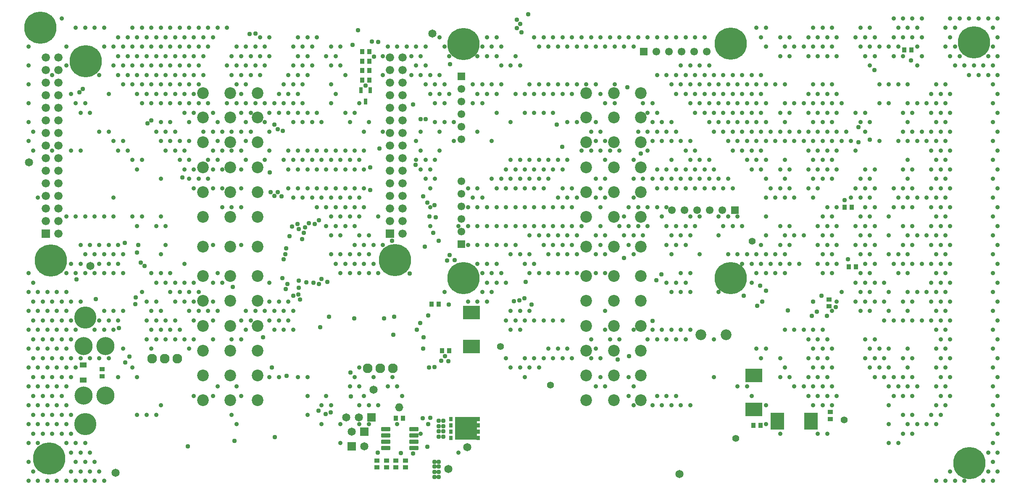
<source format=gbs>
G04*
G04 #@! TF.GenerationSoftware,Altium Limited,Altium Designer,21.8.1 (53)*
G04*
G04 Layer_Color=16711935*
%FSLAX23Y23*%
%MOIN*%
G70*
G04*
G04 #@! TF.SameCoordinates,5902FB8D-61F4-4A33-80A6-77BEAA8E0702*
G04*
G04*
G04 #@! TF.FilePolarity,Negative*
G04*
G01*
G75*
%ADD52R,0.041X0.034*%
%ADD53R,0.034X0.041*%
%ADD54R,0.037X0.041*%
%ADD58R,0.174X0.182*%
%ADD59R,0.031X0.032*%
G04:AMPARAMS|DCode=64|XSize=32mil|YSize=71mil|CornerRadius=5mil|HoleSize=0mil|Usage=FLASHONLY|Rotation=270.000|XOffset=0mil|YOffset=0mil|HoleType=Round|Shape=RoundedRectangle|*
%AMROUNDEDRECTD64*
21,1,0.032,0.061,0,0,270.0*
21,1,0.022,0.071,0,0,270.0*
1,1,0.010,-0.031,-0.011*
1,1,0.010,-0.031,0.011*
1,1,0.010,0.031,0.011*
1,1,0.010,0.031,-0.011*
%
%ADD64ROUNDEDRECTD64*%
%ADD68R,0.041X0.037*%
%ADD75R,0.030X0.051*%
%ADD78C,0.086*%
%ADD79C,0.093*%
%ADD80C,0.066*%
%ADD81R,0.066X0.066*%
%ADD82C,0.065*%
%ADD83O,0.065X0.065*%
%ADD84R,0.065X0.065*%
%ADD85C,0.061*%
%ADD86R,0.061X0.061*%
%ADD87R,0.061X0.061*%
%ADD88C,0.077*%
%ADD89C,0.144*%
%ADD90C,0.037*%
%ADD91C,0.036*%
%ADD92C,0.056*%
%ADD93C,0.256*%
%ADD94C,0.176*%
%ADD148R,0.136X0.106*%
%ADD149R,0.053X0.041*%
%ADD150R,0.053X0.041*%
%ADD151R,0.106X0.136*%
D52*
X7100Y2568D02*
D03*
Y2512D02*
D03*
X1335Y2013D02*
D03*
Y1957D02*
D03*
X7110Y1673D02*
D03*
Y1617D02*
D03*
X3741Y1232D02*
D03*
Y1288D02*
D03*
D53*
X7280Y3300D02*
D03*
X7225D02*
D03*
X7313Y2825D02*
D03*
X7257D02*
D03*
X7697Y4550D02*
D03*
X7753D02*
D03*
X6502Y1566D02*
D03*
X6558D02*
D03*
X3721Y1622D02*
D03*
X3666D02*
D03*
D54*
X4032Y2160D02*
D03*
X4088D02*
D03*
X4003Y2530D02*
D03*
X3947D02*
D03*
X3397Y4310D02*
D03*
X3453D02*
D03*
X3397Y4535D02*
D03*
X3453D02*
D03*
X3453Y4460D02*
D03*
X3397D02*
D03*
X3453Y4385D02*
D03*
X3397D02*
D03*
D58*
X4221Y1542D02*
D03*
D59*
X4317Y1467D02*
D03*
Y1517D02*
D03*
Y1567D02*
D03*
Y1617D02*
D03*
X4102D02*
D03*
Y1567D02*
D03*
Y1517D02*
D03*
Y1467D02*
D03*
D64*
X3585Y1385D02*
D03*
Y1435D02*
D03*
Y1485D02*
D03*
Y1535D02*
D03*
X3808Y1385D02*
D03*
Y1435D02*
D03*
Y1485D02*
D03*
Y1535D02*
D03*
D68*
X3516Y1232D02*
D03*
Y1288D02*
D03*
X3591Y1232D02*
D03*
Y1288D02*
D03*
X3666Y1288D02*
D03*
Y1232D02*
D03*
D75*
X3425Y4141D02*
D03*
X3462Y4229D02*
D03*
X3388D02*
D03*
D78*
X6086Y2287D02*
D03*
X6286D02*
D03*
D79*
X5176Y2752D02*
D03*
X5393Y3815D02*
D03*
Y4012D02*
D03*
X5176Y4208D02*
D03*
X5393D02*
D03*
X5609D02*
D03*
X5176Y4012D02*
D03*
X5609D02*
D03*
X5176Y3815D02*
D03*
X5609D02*
D03*
X5176Y3618D02*
D03*
X5393D02*
D03*
X5609D02*
D03*
X5176Y3421D02*
D03*
X5393D02*
D03*
X5609D02*
D03*
X5176Y3224D02*
D03*
X5393D02*
D03*
X5609D02*
D03*
X5176Y2988D02*
D03*
X5393D02*
D03*
X5609D02*
D03*
X5393Y2752D02*
D03*
X5609D02*
D03*
X5176Y2555D02*
D03*
X5393D02*
D03*
X5609D02*
D03*
X5176Y2358D02*
D03*
X5393D02*
D03*
X5609D02*
D03*
X5176Y2161D02*
D03*
X5393D02*
D03*
X5609D02*
D03*
X5176Y1964D02*
D03*
X5393D02*
D03*
X5609D02*
D03*
X5176Y1768D02*
D03*
X5393D02*
D03*
X5609D02*
D03*
X2352Y2988D02*
D03*
Y1768D02*
D03*
X2135D02*
D03*
X2568Y1964D02*
D03*
X2135Y3224D02*
D03*
Y4208D02*
D03*
X2352D02*
D03*
X2568D02*
D03*
X2135Y4012D02*
D03*
X2352D02*
D03*
X2568D02*
D03*
X2135Y3815D02*
D03*
X2352D02*
D03*
X2568D02*
D03*
X2135Y3618D02*
D03*
X2352D02*
D03*
X2568D02*
D03*
X2135Y3421D02*
D03*
X2352D02*
D03*
X2568D02*
D03*
X2352Y3224D02*
D03*
X2568D02*
D03*
X2135Y2988D02*
D03*
X2568D02*
D03*
X2135Y2752D02*
D03*
X2352D02*
D03*
X2568D02*
D03*
X2135Y2555D02*
D03*
X2352D02*
D03*
X2568D02*
D03*
X2135Y2358D02*
D03*
X2352D02*
D03*
X2568D02*
D03*
X2135Y2161D02*
D03*
X2352D02*
D03*
X2568D02*
D03*
X2135Y1964D02*
D03*
X2352D02*
D03*
X2568Y1768D02*
D03*
D80*
X3718Y4490D02*
D03*
Y4390D02*
D03*
X3618Y4490D02*
D03*
Y4390D02*
D03*
X3718Y4290D02*
D03*
Y4190D02*
D03*
Y4090D02*
D03*
Y3990D02*
D03*
Y3890D02*
D03*
Y3790D02*
D03*
Y3690D02*
D03*
Y3590D02*
D03*
Y3490D02*
D03*
Y3390D02*
D03*
Y3290D02*
D03*
Y3190D02*
D03*
Y3090D02*
D03*
X3618Y4290D02*
D03*
Y4190D02*
D03*
Y4090D02*
D03*
Y3990D02*
D03*
Y3890D02*
D03*
Y3790D02*
D03*
Y3690D02*
D03*
Y3590D02*
D03*
Y3490D02*
D03*
Y3390D02*
D03*
Y3290D02*
D03*
Y3190D02*
D03*
X989Y4490D02*
D03*
Y4390D02*
D03*
X889Y4490D02*
D03*
Y4390D02*
D03*
X989Y4290D02*
D03*
Y4190D02*
D03*
Y4090D02*
D03*
Y3990D02*
D03*
Y3890D02*
D03*
Y3790D02*
D03*
Y3690D02*
D03*
Y3590D02*
D03*
Y3490D02*
D03*
Y3390D02*
D03*
Y3290D02*
D03*
Y3190D02*
D03*
Y3090D02*
D03*
X889Y4290D02*
D03*
Y4190D02*
D03*
Y4090D02*
D03*
Y3990D02*
D03*
Y3890D02*
D03*
Y3790D02*
D03*
Y3690D02*
D03*
Y3590D02*
D03*
Y3490D02*
D03*
Y3390D02*
D03*
Y3290D02*
D03*
Y3190D02*
D03*
D81*
X3618Y3090D02*
D03*
X889D02*
D03*
D82*
X3954Y4680D02*
D03*
X1442Y1189D02*
D03*
X3488Y1850D02*
D03*
X1240Y2832D02*
D03*
X756Y3657D02*
D03*
X5915Y1180D02*
D03*
X4230Y1393D02*
D03*
X4082Y1221D02*
D03*
X3270Y1630D02*
D03*
X3370D02*
D03*
X3415Y1400D02*
D03*
X3315Y1515D02*
D03*
D83*
X3690Y1710D02*
D03*
D84*
X3470Y1630D02*
D03*
X3315Y1400D02*
D03*
X3415Y1515D02*
D03*
D85*
X4185Y3505D02*
D03*
Y3405D02*
D03*
Y3305D02*
D03*
Y3205D02*
D03*
Y3105D02*
D03*
X6130Y4535D02*
D03*
X6030D02*
D03*
X5930D02*
D03*
X5830D02*
D03*
X5730D02*
D03*
X5855Y3275D02*
D03*
X5955D02*
D03*
X6055D02*
D03*
X6155D02*
D03*
X6255D02*
D03*
X4185Y3840D02*
D03*
Y3940D02*
D03*
Y4040D02*
D03*
Y4140D02*
D03*
Y4240D02*
D03*
D86*
Y3005D02*
D03*
Y4340D02*
D03*
D87*
X5630Y4535D02*
D03*
X6355Y3275D02*
D03*
D88*
X1932Y2095D02*
D03*
X1832D02*
D03*
X1732D02*
D03*
X3440Y2020D02*
D03*
X3540D02*
D03*
X3640D02*
D03*
D89*
X1187Y1803D02*
D03*
X1360D02*
D03*
X1187Y2197D02*
D03*
X1360D02*
D03*
D90*
X3010Y2700D02*
D03*
X2945Y3140D02*
D03*
X3054Y2690D02*
D03*
X2975Y3172D02*
D03*
X2372Y2667D02*
D03*
X3535Y3765D02*
D03*
X2795Y2972D02*
D03*
X2789Y2927D02*
D03*
X2774Y2886D02*
D03*
X3366Y4705D02*
D03*
X3526Y4614D02*
D03*
X4093Y4436D02*
D03*
X4714Y4832D02*
D03*
X5501Y4254D02*
D03*
X1724Y3991D02*
D03*
X1694Y3967D02*
D03*
X1641Y2859D02*
D03*
X1670Y2834D02*
D03*
X1971Y3536D02*
D03*
X3120Y2705D02*
D03*
X3055Y3195D02*
D03*
X3075Y2730D02*
D03*
X3020Y3165D02*
D03*
X1182Y4241D02*
D03*
X1155Y4214D02*
D03*
X2890Y2605D02*
D03*
X2885Y3165D02*
D03*
X2840Y3145D02*
D03*
X2850Y2595D02*
D03*
X4130Y2880D02*
D03*
X4600Y2552D02*
D03*
X2895Y3125D02*
D03*
Y2715D02*
D03*
X4645Y2560D02*
D03*
X2935Y3095D02*
D03*
X4070Y2875D02*
D03*
X2955Y2704D02*
D03*
X2905Y2565D02*
D03*
X2820Y3070D02*
D03*
X2920Y3048D02*
D03*
X2895Y2660D02*
D03*
X2805Y2690D02*
D03*
X2790Y2650D02*
D03*
X3776Y2773D02*
D03*
X3893Y2986D02*
D03*
X3635Y3032D02*
D03*
X3901Y4000D02*
D03*
X3862D02*
D03*
X4003Y3032D02*
D03*
X4940Y3956D02*
D03*
X3980Y3220D02*
D03*
X3960Y3095D02*
D03*
X3802Y4116D02*
D03*
X4041Y1478D02*
D03*
X2729Y3920D02*
D03*
X2700Y3955D02*
D03*
X3800Y1344D02*
D03*
X2386Y1443D02*
D03*
X3304Y1987D02*
D03*
X2769Y3906D02*
D03*
X2757Y3385D02*
D03*
X2700Y3390D02*
D03*
X2729Y3420D02*
D03*
X1550Y2112D02*
D03*
X1517Y2067D02*
D03*
X1602Y2584D02*
D03*
X1597Y2530D02*
D03*
X1513Y3016D02*
D03*
X1610Y2940D02*
D03*
X2611Y2265D02*
D03*
X2681Y2027D02*
D03*
X3916Y1395D02*
D03*
X3938Y1627D02*
D03*
X3879Y1622D02*
D03*
X3920Y1577D02*
D03*
X2799Y1961D02*
D03*
X4041Y1520D02*
D03*
X4005Y1478D02*
D03*
Y1520D02*
D03*
Y1561D02*
D03*
Y1603D02*
D03*
X4041Y1561D02*
D03*
Y1603D02*
D03*
X4006Y1278D02*
D03*
Y1241D02*
D03*
X3970Y1278D02*
D03*
Y1241D02*
D03*
Y1198D02*
D03*
Y1156D02*
D03*
X4006Y1198D02*
D03*
Y1156D02*
D03*
X3309Y1795D02*
D03*
X3052Y1682D02*
D03*
X2703Y1474D02*
D03*
X3108Y1655D02*
D03*
X3147Y1671D02*
D03*
X2014Y1400D02*
D03*
X3705Y1345D02*
D03*
X5609Y3725D02*
D03*
X5700Y2395D02*
D03*
X5515Y2115D02*
D03*
X5476Y2895D02*
D03*
X5425Y2090D02*
D03*
X7425Y3835D02*
D03*
X5770Y2765D02*
D03*
X3970Y2030D02*
D03*
X4025Y2080D02*
D03*
X4056Y2115D02*
D03*
X4080Y2075D02*
D03*
X3927Y2025D02*
D03*
X3882Y2175D02*
D03*
X3520Y1350D02*
D03*
X1130Y2725D02*
D03*
X1285Y2570D02*
D03*
X3970Y3315D02*
D03*
X3571Y2415D02*
D03*
X3335D02*
D03*
X3915Y3335D02*
D03*
X3880Y3385D02*
D03*
X3932Y3225D02*
D03*
X4090Y2920D02*
D03*
X4695Y2705D02*
D03*
X4985Y3780D02*
D03*
X4660Y4690D02*
D03*
X4650Y4755D02*
D03*
X4625Y4790D02*
D03*
Y4722D02*
D03*
X3320Y4590D02*
D03*
X3475Y4615D02*
D03*
X2550Y4680D02*
D03*
X2505Y4675D02*
D03*
X4685Y2576D02*
D03*
X4740Y2525D02*
D03*
X3462Y3435D02*
D03*
Y3615D02*
D03*
X3820Y3635D02*
D03*
X2670Y3421D02*
D03*
X2665Y3575D02*
D03*
X3650Y2430D02*
D03*
X6965Y2435D02*
D03*
X7085D02*
D03*
X6530Y2515D02*
D03*
X6975Y2550D02*
D03*
X6570D02*
D03*
X6775Y2480D02*
D03*
X7005Y2470D02*
D03*
X7040Y2595D02*
D03*
X7335Y3815D02*
D03*
Y3935D02*
D03*
X4085Y2525D02*
D03*
X3885Y2266D02*
D03*
X3830Y2328D02*
D03*
X3858Y2381D02*
D03*
X3645Y2285D02*
D03*
X3490Y4495D02*
D03*
X3135Y2430D02*
D03*
X3425Y4265D02*
D03*
X3065Y2345D02*
D03*
X2765Y2735D02*
D03*
X3920Y2440D02*
D03*
X7460Y4390D02*
D03*
X5730Y2720D02*
D03*
X7225Y3355D02*
D03*
X6555Y2675D02*
D03*
X7250Y2885D02*
D03*
X6600Y2635D02*
D03*
X6425Y2598D02*
D03*
X7155Y2505D02*
D03*
X1467Y2340D02*
D03*
X7750Y4465D02*
D03*
X1620Y3000D02*
D03*
D91*
X2287Y2700D02*
D03*
X8438Y4800D02*
D03*
X8400Y4725D02*
D03*
X8438Y4650D02*
D03*
X8400Y4575D02*
D03*
X8438Y4500D02*
D03*
X8400Y4425D02*
D03*
X8438Y4350D02*
D03*
X8400Y4275D02*
D03*
X8438Y4200D02*
D03*
X8400Y4125D02*
D03*
X8438Y4050D02*
D03*
X8400Y3975D02*
D03*
X8438Y3900D02*
D03*
X8400Y3825D02*
D03*
X8438Y3750D02*
D03*
X8400Y3675D02*
D03*
X8438Y3600D02*
D03*
X8400Y3525D02*
D03*
X8438Y3450D02*
D03*
X8400Y3375D02*
D03*
X8438Y3300D02*
D03*
X8400Y3225D02*
D03*
X8438Y3150D02*
D03*
X8400Y3075D02*
D03*
X8438Y3000D02*
D03*
X8400Y2925D02*
D03*
X8438Y2850D02*
D03*
X8400Y2775D02*
D03*
X8438Y2700D02*
D03*
X8400Y2625D02*
D03*
X8438Y2550D02*
D03*
X8400Y2475D02*
D03*
X8438Y2400D02*
D03*
X8400Y2325D02*
D03*
X8438Y2250D02*
D03*
X8400Y2175D02*
D03*
X8438Y2100D02*
D03*
X8400Y2025D02*
D03*
X8438Y1950D02*
D03*
X8400Y1875D02*
D03*
X8438Y1800D02*
D03*
X8400Y1725D02*
D03*
X8438Y1650D02*
D03*
X8400Y1575D02*
D03*
X8438Y1500D02*
D03*
X8400Y1425D02*
D03*
X8438Y1350D02*
D03*
X8400Y1275D02*
D03*
X8438Y1200D02*
D03*
X8400Y1125D02*
D03*
X8363Y4800D02*
D03*
Y4500D02*
D03*
X8325Y4425D02*
D03*
X8363Y4350D02*
D03*
Y1350D02*
D03*
Y1200D02*
D03*
X8325Y1125D02*
D03*
X8288Y4800D02*
D03*
X8250Y4425D02*
D03*
X8288Y4350D02*
D03*
X8212Y4800D02*
D03*
X8175Y4425D02*
D03*
X8212Y4350D02*
D03*
X8175Y1125D02*
D03*
X8137Y4800D02*
D03*
X8100Y4725D02*
D03*
Y4575D02*
D03*
X8137Y4500D02*
D03*
X8100Y4425D02*
D03*
Y1125D02*
D03*
X8062Y4800D02*
D03*
X8025Y4725D02*
D03*
X8062Y4650D02*
D03*
X8025Y4575D02*
D03*
X8062Y4500D02*
D03*
X8025Y4275D02*
D03*
X8062Y4200D02*
D03*
X8025Y4125D02*
D03*
X8062Y4050D02*
D03*
X8025Y3975D02*
D03*
X8062Y3900D02*
D03*
X8025Y3825D02*
D03*
X8062Y3750D02*
D03*
X8025Y3675D02*
D03*
X8062Y3600D02*
D03*
X8025Y3525D02*
D03*
X8062Y3450D02*
D03*
X8025Y3375D02*
D03*
X8062Y3300D02*
D03*
X8025Y3225D02*
D03*
X8062Y3150D02*
D03*
X8025Y3075D02*
D03*
X8062Y3000D02*
D03*
X8025Y2925D02*
D03*
X8062Y2850D02*
D03*
X8025Y2775D02*
D03*
X8062Y2700D02*
D03*
X8025Y2625D02*
D03*
X8062Y2550D02*
D03*
X8025Y2475D02*
D03*
X8062Y2400D02*
D03*
X8025Y2325D02*
D03*
X8062Y2250D02*
D03*
X8025Y2175D02*
D03*
X8062Y2100D02*
D03*
X8025Y2025D02*
D03*
X8062Y1950D02*
D03*
X8025Y1875D02*
D03*
X8062Y1800D02*
D03*
X8025Y1725D02*
D03*
X8062Y1200D02*
D03*
X8025Y1125D02*
D03*
X7950Y4275D02*
D03*
X7988Y4200D02*
D03*
X7950Y4125D02*
D03*
X7988Y4050D02*
D03*
X7950Y3975D02*
D03*
X7988Y3900D02*
D03*
X7950Y3825D02*
D03*
X7988Y3750D02*
D03*
X7950Y3675D02*
D03*
X7988Y3600D02*
D03*
X7950Y3525D02*
D03*
X7988Y3450D02*
D03*
X7950Y3375D02*
D03*
X7988Y3300D02*
D03*
X7950Y3225D02*
D03*
X7988Y3150D02*
D03*
X7950Y3075D02*
D03*
X7988Y3000D02*
D03*
X7950Y2925D02*
D03*
X7988Y2850D02*
D03*
X7950Y2775D02*
D03*
X7988Y2700D02*
D03*
X7950Y2625D02*
D03*
X7988Y2550D02*
D03*
X7950Y2475D02*
D03*
X7988Y2400D02*
D03*
X7950Y2325D02*
D03*
X7988Y2250D02*
D03*
X7950Y2175D02*
D03*
X7988Y2100D02*
D03*
X7950Y2025D02*
D03*
X7988Y1950D02*
D03*
X7950Y1875D02*
D03*
X7988Y1800D02*
D03*
X7950Y1725D02*
D03*
X7988Y1650D02*
D03*
X7950Y1575D02*
D03*
Y1125D02*
D03*
X7912Y4200D02*
D03*
X7875Y4125D02*
D03*
X7912Y4050D02*
D03*
Y3900D02*
D03*
X7875Y3825D02*
D03*
X7912Y3750D02*
D03*
Y3600D02*
D03*
Y3450D02*
D03*
X7875Y3375D02*
D03*
X7912Y3300D02*
D03*
Y3150D02*
D03*
X7875Y3075D02*
D03*
X7912Y3000D02*
D03*
Y2850D02*
D03*
Y2700D02*
D03*
X7875Y2625D02*
D03*
X7912Y2550D02*
D03*
Y2400D02*
D03*
Y1650D02*
D03*
X7875Y1575D02*
D03*
X7838Y4800D02*
D03*
X7800Y4725D02*
D03*
X7838Y4650D02*
D03*
X7800Y4575D02*
D03*
X7838Y4500D02*
D03*
X7800Y4425D02*
D03*
Y4125D02*
D03*
X7838Y3900D02*
D03*
X7800Y3825D02*
D03*
Y3375D02*
D03*
Y3075D02*
D03*
X7838Y2850D02*
D03*
X7800Y2625D02*
D03*
X7838Y2400D02*
D03*
X7800Y1875D02*
D03*
Y1575D02*
D03*
X7762Y4800D02*
D03*
X7725Y4725D02*
D03*
X7762Y4650D02*
D03*
X7725Y4275D02*
D03*
Y4125D02*
D03*
X7762Y4050D02*
D03*
X7725Y3975D02*
D03*
X7762Y3900D02*
D03*
X7725Y3825D02*
D03*
Y3675D02*
D03*
X7762Y3600D02*
D03*
X7725Y3525D02*
D03*
X7762Y3450D02*
D03*
X7725Y3375D02*
D03*
X7762Y3300D02*
D03*
Y3150D02*
D03*
X7725Y3075D02*
D03*
X7762Y3000D02*
D03*
X7725Y2925D02*
D03*
X7762Y2850D02*
D03*
X7725Y2775D02*
D03*
Y2625D02*
D03*
X7762Y2550D02*
D03*
X7725Y2475D02*
D03*
X7762Y2400D02*
D03*
X7725Y2175D02*
D03*
X7762Y2100D02*
D03*
X7725Y2025D02*
D03*
X7762Y1950D02*
D03*
X7725Y1875D02*
D03*
X7762Y1800D02*
D03*
Y1650D02*
D03*
X7725Y1575D02*
D03*
X7762Y1500D02*
D03*
X7688Y4800D02*
D03*
X7650Y4725D02*
D03*
X7688Y4650D02*
D03*
X7650Y4575D02*
D03*
X7688Y4500D02*
D03*
X7650Y4275D02*
D03*
X7688Y4050D02*
D03*
Y3900D02*
D03*
X7650Y3825D02*
D03*
X7688Y3600D02*
D03*
Y3450D02*
D03*
X7650Y3375D02*
D03*
X7688Y3300D02*
D03*
Y3150D02*
D03*
Y3000D02*
D03*
X7650Y2925D02*
D03*
X7688Y2850D02*
D03*
X7650Y2775D02*
D03*
X7688Y2550D02*
D03*
Y2400D02*
D03*
Y2100D02*
D03*
Y1950D02*
D03*
X7650Y1875D02*
D03*
X7688Y1800D02*
D03*
Y1650D02*
D03*
Y1500D02*
D03*
X7650Y1425D02*
D03*
X7613Y4800D02*
D03*
Y4650D02*
D03*
X7575Y4575D02*
D03*
X7613Y4500D02*
D03*
X7575Y4275D02*
D03*
Y4125D02*
D03*
X7613Y3450D02*
D03*
Y3300D02*
D03*
X7575Y3225D02*
D03*
Y3075D02*
D03*
Y2925D02*
D03*
X7613Y2850D02*
D03*
X7575Y2625D02*
D03*
Y2475D02*
D03*
X7613Y2400D02*
D03*
X7575Y2175D02*
D03*
Y2025D02*
D03*
X7613Y1950D02*
D03*
X7575Y1875D02*
D03*
X7613Y1800D02*
D03*
X7575Y1725D02*
D03*
Y1575D02*
D03*
Y1425D02*
D03*
X7500Y4575D02*
D03*
Y4275D02*
D03*
Y4125D02*
D03*
Y3825D02*
D03*
X7537Y2700D02*
D03*
Y2550D02*
D03*
Y2400D02*
D03*
X7500Y2175D02*
D03*
X7537Y2100D02*
D03*
X7500Y2025D02*
D03*
X7537Y1950D02*
D03*
X7425Y4725D02*
D03*
X7463Y4650D02*
D03*
X7425Y4575D02*
D03*
X7463Y4500D02*
D03*
X7425Y4425D02*
D03*
Y3975D02*
D03*
X7463Y3600D02*
D03*
X7425Y3525D02*
D03*
X7463Y3450D02*
D03*
X7425Y3375D02*
D03*
X7463Y3300D02*
D03*
X7425Y3225D02*
D03*
X7463Y3150D02*
D03*
X7425Y3075D02*
D03*
X7463Y3000D02*
D03*
X7425Y2925D02*
D03*
X7463Y2850D02*
D03*
X7425Y2775D02*
D03*
X7463Y2700D02*
D03*
X7425Y2625D02*
D03*
X7463Y2550D02*
D03*
X7425Y2475D02*
D03*
X7463Y2250D02*
D03*
X7425Y2175D02*
D03*
X7463Y2100D02*
D03*
X7425Y2025D02*
D03*
X7463Y1950D02*
D03*
X7350Y4725D02*
D03*
X7387Y4650D02*
D03*
X7350Y4575D02*
D03*
X7387Y4500D02*
D03*
Y4050D02*
D03*
X7350Y3975D02*
D03*
X7387Y3900D02*
D03*
Y3600D02*
D03*
X7350Y3525D02*
D03*
X7387Y3450D02*
D03*
X7350Y3375D02*
D03*
X7387Y3300D02*
D03*
X7350Y3225D02*
D03*
X7387Y3150D02*
D03*
X7350Y3075D02*
D03*
X7387Y3000D02*
D03*
X7350Y2925D02*
D03*
X7387Y2850D02*
D03*
X7350Y2775D02*
D03*
X7387Y2700D02*
D03*
X7350Y2625D02*
D03*
X7387Y2550D02*
D03*
X7350Y2475D02*
D03*
X7387Y2250D02*
D03*
Y2100D02*
D03*
X7312Y4650D02*
D03*
Y4050D02*
D03*
X7275Y3825D02*
D03*
X7312Y3750D02*
D03*
Y3450D02*
D03*
X7275Y3375D02*
D03*
X7312Y3150D02*
D03*
Y3000D02*
D03*
Y2700D02*
D03*
Y2550D02*
D03*
X7200Y4125D02*
D03*
X7238Y3900D02*
D03*
X7200Y3825D02*
D03*
Y2625D02*
D03*
X7125Y4725D02*
D03*
X7162Y4650D02*
D03*
X7125Y4575D02*
D03*
X7162Y4500D02*
D03*
X7125Y4275D02*
D03*
X7162Y4200D02*
D03*
X7125Y4125D02*
D03*
X7162Y4050D02*
D03*
X7125Y3975D02*
D03*
X7162Y3900D02*
D03*
X7125Y3825D02*
D03*
X7162Y3750D02*
D03*
X7125Y3675D02*
D03*
X7162Y3600D02*
D03*
X7125Y3525D02*
D03*
X7162Y3300D02*
D03*
X7125Y3225D02*
D03*
X7162Y3150D02*
D03*
X7125Y3075D02*
D03*
X7162Y3000D02*
D03*
X7125Y2925D02*
D03*
X7162Y2850D02*
D03*
X7125Y2775D02*
D03*
X7162Y2550D02*
D03*
X7125Y2475D02*
D03*
Y2175D02*
D03*
Y2025D02*
D03*
Y1875D02*
D03*
X7162Y1800D02*
D03*
X7125Y1725D02*
D03*
X7050Y4725D02*
D03*
X7088Y4650D02*
D03*
X7050Y4575D02*
D03*
X7088Y4500D02*
D03*
X7050Y4275D02*
D03*
X7088Y4200D02*
D03*
X7050Y4125D02*
D03*
X7088Y4050D02*
D03*
X7050Y3975D02*
D03*
X7088Y3900D02*
D03*
X7050Y3825D02*
D03*
X7088Y3750D02*
D03*
X7050Y3675D02*
D03*
X7088Y3600D02*
D03*
X7050Y3525D02*
D03*
X7088Y3300D02*
D03*
X7050Y3225D02*
D03*
X7088Y3150D02*
D03*
X7050Y3075D02*
D03*
X7088Y3000D02*
D03*
X7050Y2925D02*
D03*
X7088Y2850D02*
D03*
X7050Y2775D02*
D03*
Y2325D02*
D03*
X7088Y2250D02*
D03*
X7050Y2175D02*
D03*
X7088Y2100D02*
D03*
X7050Y2025D02*
D03*
X7088Y1950D02*
D03*
X7050Y1875D02*
D03*
X7088Y1800D02*
D03*
X7050Y1725D02*
D03*
X7088Y1500D02*
D03*
X6975Y4725D02*
D03*
X7012Y4650D02*
D03*
X6975Y4575D02*
D03*
X7012Y4500D02*
D03*
X6975Y4275D02*
D03*
X7012Y4200D02*
D03*
X6975Y4125D02*
D03*
X7012Y4050D02*
D03*
X6975Y3975D02*
D03*
X7012Y3900D02*
D03*
X6975Y3825D02*
D03*
X7012Y3750D02*
D03*
X6975Y3675D02*
D03*
X7012Y3600D02*
D03*
X6975Y3525D02*
D03*
X7012Y3450D02*
D03*
X6975Y3375D02*
D03*
X7012Y3150D02*
D03*
Y3000D02*
D03*
Y2850D02*
D03*
X6975Y2325D02*
D03*
X7012Y2250D02*
D03*
X6975Y2175D02*
D03*
X7012Y2100D02*
D03*
X6975Y2025D02*
D03*
X7012Y1950D02*
D03*
X6975Y1875D02*
D03*
X7012Y1800D02*
D03*
X6975Y1725D02*
D03*
X7012Y1500D02*
D03*
X6938Y4650D02*
D03*
X6900Y4575D02*
D03*
X6938Y4500D02*
D03*
Y4200D02*
D03*
X6900Y4125D02*
D03*
X6938Y4050D02*
D03*
Y3900D02*
D03*
X6900Y3825D02*
D03*
X6938Y3750D02*
D03*
Y3600D02*
D03*
Y3450D02*
D03*
X6900Y3075D02*
D03*
Y2325D02*
D03*
X6938Y2250D02*
D03*
Y2100D02*
D03*
Y1950D02*
D03*
X6900Y1875D02*
D03*
X6938Y1800D02*
D03*
X6825Y4575D02*
D03*
Y4125D02*
D03*
X6863Y3900D02*
D03*
X6825Y3825D02*
D03*
Y3375D02*
D03*
Y3075D02*
D03*
X6863Y2850D02*
D03*
X6825Y2325D02*
D03*
Y1875D02*
D03*
X6787Y4650D02*
D03*
X6750Y4575D02*
D03*
X6787Y4500D02*
D03*
X6750Y4275D02*
D03*
Y4125D02*
D03*
X6787Y4050D02*
D03*
X6750Y3975D02*
D03*
X6787Y3900D02*
D03*
X6750Y3825D02*
D03*
Y3675D02*
D03*
X6787Y3600D02*
D03*
X6750Y3525D02*
D03*
X6787Y3450D02*
D03*
X6750Y3375D02*
D03*
X6787Y3150D02*
D03*
X6750Y3075D02*
D03*
X6787Y3000D02*
D03*
X6750Y2925D02*
D03*
X6787Y2850D02*
D03*
X6750Y2775D02*
D03*
Y2325D02*
D03*
Y2025D02*
D03*
X6787Y1950D02*
D03*
X6713Y4650D02*
D03*
Y4500D02*
D03*
X6675Y4275D02*
D03*
X6713Y4050D02*
D03*
Y3900D02*
D03*
X6675Y3825D02*
D03*
X6713Y3600D02*
D03*
Y3450D02*
D03*
X6675Y3375D02*
D03*
X6713Y3150D02*
D03*
Y3000D02*
D03*
X6675Y2925D02*
D03*
X6713Y2850D02*
D03*
X6675Y2775D02*
D03*
X6713Y2100D02*
D03*
Y1950D02*
D03*
Y1500D02*
D03*
X6600Y4725D02*
D03*
Y4575D02*
D03*
Y4275D02*
D03*
Y4125D02*
D03*
Y3975D02*
D03*
X6637Y3900D02*
D03*
X6600Y3825D02*
D03*
Y3675D02*
D03*
Y3525D02*
D03*
X6637Y3450D02*
D03*
X6600Y3375D02*
D03*
Y3225D02*
D03*
Y3075D02*
D03*
Y2925D02*
D03*
X6637Y2850D02*
D03*
X6600Y2775D02*
D03*
Y2175D02*
D03*
Y1725D02*
D03*
Y1575D02*
D03*
X6525Y4725D02*
D03*
X6562Y4650D02*
D03*
Y4350D02*
D03*
X6525Y4275D02*
D03*
X6562Y4200D02*
D03*
X6525Y4125D02*
D03*
X6562Y4050D02*
D03*
X6525Y3975D02*
D03*
X6562Y3900D02*
D03*
X6525Y3825D02*
D03*
X6562Y3750D02*
D03*
X6525Y3675D02*
D03*
X6562Y3600D02*
D03*
Y3000D02*
D03*
X6525Y2925D02*
D03*
X6562Y2850D02*
D03*
X6525Y2775D02*
D03*
Y2175D02*
D03*
X6562Y2100D02*
D03*
X6488Y4350D02*
D03*
X6450Y4275D02*
D03*
X6488Y4200D02*
D03*
X6450Y4125D02*
D03*
X6488Y4050D02*
D03*
X6450Y3975D02*
D03*
X6488Y3900D02*
D03*
X6450Y3825D02*
D03*
X6488Y3750D02*
D03*
X6450Y3675D02*
D03*
X6488Y3600D02*
D03*
X6450Y2925D02*
D03*
X6488Y2850D02*
D03*
Y2700D02*
D03*
X6450Y1875D02*
D03*
X6488Y1800D02*
D03*
X6412Y4350D02*
D03*
X6375Y4275D02*
D03*
X6412Y4200D02*
D03*
X6375Y4125D02*
D03*
X6412Y4050D02*
D03*
X6375Y3975D02*
D03*
X6412Y3900D02*
D03*
X6375Y3825D02*
D03*
X6412Y3750D02*
D03*
X6375Y3225D02*
D03*
X6412Y3150D02*
D03*
X6375Y2925D02*
D03*
X6412Y2850D02*
D03*
X6375Y1875D02*
D03*
X6338Y4350D02*
D03*
X6300Y4275D02*
D03*
X6338Y4200D02*
D03*
X6300Y4125D02*
D03*
X6338Y4050D02*
D03*
X6300Y3975D02*
D03*
X6338Y3900D02*
D03*
X6300Y3825D02*
D03*
X6338Y3750D02*
D03*
X6300Y3525D02*
D03*
X6338Y3450D02*
D03*
X6300Y3225D02*
D03*
X6338Y3150D02*
D03*
X6300Y2925D02*
D03*
X6262Y4350D02*
D03*
X6225Y4275D02*
D03*
X6262Y4200D02*
D03*
X6225Y4125D02*
D03*
X6262Y4050D02*
D03*
X6225Y3975D02*
D03*
X6262Y3900D02*
D03*
X6225Y3525D02*
D03*
X6262Y3450D02*
D03*
X6225Y3225D02*
D03*
X6262Y3150D02*
D03*
X6225Y3075D02*
D03*
Y2625D02*
D03*
X6150Y4425D02*
D03*
X6188Y4350D02*
D03*
X6150Y4275D02*
D03*
X6188Y4200D02*
D03*
X6150Y4125D02*
D03*
X6188Y4050D02*
D03*
X6150Y3975D02*
D03*
X6188Y3900D02*
D03*
X6150Y3675D02*
D03*
X6188Y3600D02*
D03*
X6150Y3525D02*
D03*
X6188Y3450D02*
D03*
Y2250D02*
D03*
Y1950D02*
D03*
X6113Y4650D02*
D03*
X6075Y4425D02*
D03*
X6113Y4350D02*
D03*
X6075Y4275D02*
D03*
X6113Y4200D02*
D03*
X6075Y4125D02*
D03*
X6113Y4050D02*
D03*
X6075Y3675D02*
D03*
X6113Y3600D02*
D03*
X6075Y3525D02*
D03*
X6113Y3450D02*
D03*
X6075Y3225D02*
D03*
Y2925D02*
D03*
X6037Y4650D02*
D03*
X6000Y4425D02*
D03*
X6037Y4350D02*
D03*
X6000Y4275D02*
D03*
X6037Y4200D02*
D03*
X6000Y4125D02*
D03*
X6037Y4050D02*
D03*
X6000Y3825D02*
D03*
X6037Y3750D02*
D03*
X6000Y3675D02*
D03*
X6037Y3600D02*
D03*
X6000Y3525D02*
D03*
X6037Y3450D02*
D03*
X6000Y3225D02*
D03*
X6037Y3150D02*
D03*
X6000Y3075D02*
D03*
Y2775D02*
D03*
Y2625D02*
D03*
Y2325D02*
D03*
Y1725D02*
D03*
X5963Y4650D02*
D03*
X5925Y4425D02*
D03*
X5963Y4350D02*
D03*
X5925Y4275D02*
D03*
X5963Y4200D02*
D03*
X5925Y3825D02*
D03*
X5963Y3750D02*
D03*
Y3600D02*
D03*
X5925Y3525D02*
D03*
X5963Y3450D02*
D03*
Y3150D02*
D03*
X5925Y3075D02*
D03*
X5963Y3000D02*
D03*
X5925Y2775D02*
D03*
X5963Y2700D02*
D03*
X5925Y2625D02*
D03*
Y2325D02*
D03*
X5963Y2250D02*
D03*
X5925Y1725D02*
D03*
X5887Y4650D02*
D03*
Y4350D02*
D03*
X5850Y4275D02*
D03*
X5887Y4200D02*
D03*
X5850Y3975D02*
D03*
X5887Y3900D02*
D03*
X5850Y3825D02*
D03*
Y3675D02*
D03*
X5887Y3600D02*
D03*
X5850Y3525D02*
D03*
X5887Y3450D02*
D03*
Y3150D02*
D03*
X5850Y3075D02*
D03*
X5887Y3000D02*
D03*
X5850Y2925D02*
D03*
X5887Y2700D02*
D03*
X5850Y2625D02*
D03*
Y2325D02*
D03*
X5887Y2250D02*
D03*
Y1800D02*
D03*
X5850Y1725D02*
D03*
X5812Y4650D02*
D03*
Y4350D02*
D03*
X5775Y3975D02*
D03*
X5812Y3900D02*
D03*
X5775Y3825D02*
D03*
X5812Y3600D02*
D03*
X5775Y3525D02*
D03*
X5812Y3450D02*
D03*
Y3300D02*
D03*
X5775Y3225D02*
D03*
X5812Y3150D02*
D03*
Y3000D02*
D03*
Y2700D02*
D03*
X5775Y2325D02*
D03*
X5812Y2250D02*
D03*
Y1800D02*
D03*
X5775Y1725D02*
D03*
X5738Y4650D02*
D03*
Y4350D02*
D03*
X5700Y4125D02*
D03*
X5738Y4050D02*
D03*
X5700Y3975D02*
D03*
X5738Y3900D02*
D03*
X5700Y3825D02*
D03*
X5738Y3600D02*
D03*
X5700Y3525D02*
D03*
X5738Y3450D02*
D03*
Y3300D02*
D03*
X5700Y2325D02*
D03*
X5738Y2250D02*
D03*
Y1800D02*
D03*
X5700Y1725D02*
D03*
X5662Y4650D02*
D03*
X5625Y4125D02*
D03*
X5662Y4050D02*
D03*
Y3900D02*
D03*
Y3750D02*
D03*
X5625Y3525D02*
D03*
X5662Y3300D02*
D03*
Y3150D02*
D03*
X5625Y3075D02*
D03*
X5662Y2250D02*
D03*
X5588Y4650D02*
D03*
X5550Y4575D02*
D03*
X5588Y3900D02*
D03*
X5550Y3675D02*
D03*
Y3525D02*
D03*
Y3375D02*
D03*
X5588Y3300D02*
D03*
Y3150D02*
D03*
X5550Y3075D02*
D03*
Y2925D02*
D03*
Y2325D02*
D03*
Y1875D02*
D03*
Y1725D02*
D03*
X5512Y4650D02*
D03*
X5475Y4575D02*
D03*
X5512Y3300D02*
D03*
X5475Y3225D02*
D03*
X5512Y3150D02*
D03*
X5475Y3075D02*
D03*
X5512Y3000D02*
D03*
Y1950D02*
D03*
Y1800D02*
D03*
X5438Y4650D02*
D03*
X5400Y4575D02*
D03*
Y4275D02*
D03*
Y4125D02*
D03*
X5438Y3750D02*
D03*
Y3150D02*
D03*
Y2250D02*
D03*
X5363Y4650D02*
D03*
X5325Y4575D02*
D03*
Y4125D02*
D03*
Y3825D02*
D03*
X5363Y3750D02*
D03*
X5325Y3675D02*
D03*
Y3525D02*
D03*
Y3375D02*
D03*
Y3075D02*
D03*
Y2925D02*
D03*
Y2775D02*
D03*
Y2475D02*
D03*
Y2325D02*
D03*
X5363Y2250D02*
D03*
X5325Y1875D02*
D03*
X5287Y4650D02*
D03*
X5250Y4575D02*
D03*
Y4275D02*
D03*
X5287Y4200D02*
D03*
X5250Y3975D02*
D03*
X5287Y3900D02*
D03*
X5250Y3825D02*
D03*
X5287Y3750D02*
D03*
X5250Y3525D02*
D03*
X5287Y3450D02*
D03*
X5250Y3375D02*
D03*
X5287Y3300D02*
D03*
Y3150D02*
D03*
X5250Y3075D02*
D03*
X5287Y3000D02*
D03*
X5250Y2925D02*
D03*
Y2775D02*
D03*
Y2175D02*
D03*
X5287Y2100D02*
D03*
Y1950D02*
D03*
X5250Y1875D02*
D03*
X5213Y4650D02*
D03*
X5175Y4575D02*
D03*
Y4275D02*
D03*
X5213Y3900D02*
D03*
Y3750D02*
D03*
Y2250D02*
D03*
Y2100D02*
D03*
X5137Y4650D02*
D03*
X5100Y4575D02*
D03*
Y4275D02*
D03*
Y3975D02*
D03*
X5137Y3750D02*
D03*
X5100Y3375D02*
D03*
X5137Y3150D02*
D03*
X5100Y3075D02*
D03*
Y2925D02*
D03*
Y2775D02*
D03*
X5062Y4650D02*
D03*
X5025Y4575D02*
D03*
Y4275D02*
D03*
X5062Y4200D02*
D03*
X5025Y3975D02*
D03*
Y3675D02*
D03*
X5062Y3450D02*
D03*
X5025Y3375D02*
D03*
X5062Y3300D02*
D03*
Y3150D02*
D03*
X5025Y3075D02*
D03*
X5062Y3000D02*
D03*
X5025Y2925D02*
D03*
Y2775D02*
D03*
Y2175D02*
D03*
X5062Y2100D02*
D03*
X4988Y4650D02*
D03*
X4950Y4575D02*
D03*
Y4275D02*
D03*
X4988Y4200D02*
D03*
X4950Y3675D02*
D03*
X4988Y3600D02*
D03*
Y3450D02*
D03*
X4950Y3375D02*
D03*
X4988Y3300D02*
D03*
Y3150D02*
D03*
X4950Y3075D02*
D03*
X4988Y3000D02*
D03*
X4950Y2925D02*
D03*
Y2775D02*
D03*
X4988Y2400D02*
D03*
X4950Y2175D02*
D03*
X4988Y2100D02*
D03*
X4912Y4650D02*
D03*
X4875Y4575D02*
D03*
Y4275D02*
D03*
X4912Y4200D02*
D03*
Y4050D02*
D03*
X4875Y3675D02*
D03*
X4912Y3600D02*
D03*
X4875Y3525D02*
D03*
X4912Y3300D02*
D03*
Y3150D02*
D03*
X4875Y3075D02*
D03*
X4912Y3000D02*
D03*
X4875Y2925D02*
D03*
Y2775D02*
D03*
X4912Y2400D02*
D03*
X4875Y2175D02*
D03*
X4912Y2100D02*
D03*
X4838Y4650D02*
D03*
X4800Y4575D02*
D03*
Y4275D02*
D03*
X4838Y4200D02*
D03*
Y4050D02*
D03*
X4800Y3675D02*
D03*
X4838Y3600D02*
D03*
X4800Y3525D02*
D03*
X4838Y3450D02*
D03*
Y3300D02*
D03*
Y3150D02*
D03*
X4800Y3075D02*
D03*
X4838Y3000D02*
D03*
X4800Y2775D02*
D03*
X4838Y2400D02*
D03*
Y2100D02*
D03*
X4800Y2025D02*
D03*
X4762Y4650D02*
D03*
X4725Y4275D02*
D03*
X4762Y4200D02*
D03*
Y4050D02*
D03*
X4725Y3675D02*
D03*
X4762Y3600D02*
D03*
X4725Y3525D02*
D03*
X4762Y3450D02*
D03*
Y3300D02*
D03*
Y3150D02*
D03*
X4725Y3075D02*
D03*
Y2925D02*
D03*
X4762Y2850D02*
D03*
X4725Y2775D02*
D03*
Y2475D02*
D03*
X4762Y2400D02*
D03*
Y2100D02*
D03*
X4725Y2025D02*
D03*
X4650Y4425D02*
D03*
X4688Y4200D02*
D03*
Y4050D02*
D03*
X4650Y3675D02*
D03*
X4688Y3600D02*
D03*
X4650Y3525D02*
D03*
X4688Y3450D02*
D03*
Y3300D02*
D03*
Y3150D02*
D03*
X4650Y2925D02*
D03*
X4688Y2850D02*
D03*
X4650Y2475D02*
D03*
X4688Y2400D02*
D03*
X4650Y2325D02*
D03*
X4688Y2100D02*
D03*
X4650Y2025D02*
D03*
X4688Y1950D02*
D03*
X4613Y4500D02*
D03*
X4575Y4425D02*
D03*
X4613Y4200D02*
D03*
X4575Y3975D02*
D03*
Y3675D02*
D03*
X4613Y3600D02*
D03*
X4575Y3525D02*
D03*
X4613Y3450D02*
D03*
Y3300D02*
D03*
Y3150D02*
D03*
Y3000D02*
D03*
X4575Y2925D02*
D03*
Y2475D02*
D03*
X4613Y2400D02*
D03*
X4575Y2325D02*
D03*
Y2025D02*
D03*
X4500Y4575D02*
D03*
Y4425D02*
D03*
Y4275D02*
D03*
X4537Y3600D02*
D03*
X4500Y3525D02*
D03*
X4537Y3450D02*
D03*
Y3300D02*
D03*
Y3150D02*
D03*
Y3000D02*
D03*
X4500Y2775D02*
D03*
X4537Y2700D02*
D03*
Y2400D02*
D03*
Y2100D02*
D03*
X4463Y4650D02*
D03*
X4425Y4575D02*
D03*
X4463Y4500D02*
D03*
X4425Y4275D02*
D03*
X4463Y4200D02*
D03*
Y4050D02*
D03*
X4425Y3825D02*
D03*
Y3525D02*
D03*
X4463Y3450D02*
D03*
Y3300D02*
D03*
Y3150D02*
D03*
Y3000D02*
D03*
Y2850D02*
D03*
X4425Y2775D02*
D03*
X4463Y2700D02*
D03*
X4425Y2625D02*
D03*
X4387Y4650D02*
D03*
X4350Y4575D02*
D03*
X4387Y4500D02*
D03*
X4350Y4275D02*
D03*
X4387Y4200D02*
D03*
X4350Y4125D02*
D03*
Y3375D02*
D03*
X4387Y3300D02*
D03*
Y3150D02*
D03*
Y3000D02*
D03*
Y2850D02*
D03*
X4350Y2775D02*
D03*
X4387Y2700D02*
D03*
X4350Y2625D02*
D03*
X4387Y2550D02*
D03*
X4312Y4500D02*
D03*
X4275Y4275D02*
D03*
X4312Y4200D02*
D03*
X4275Y4125D02*
D03*
X4312Y3900D02*
D03*
Y3450D02*
D03*
X4275Y3375D02*
D03*
X4312Y3300D02*
D03*
Y3150D02*
D03*
Y3000D02*
D03*
Y2850D02*
D03*
Y2550D02*
D03*
X4238Y3450D02*
D03*
Y3300D02*
D03*
Y3150D02*
D03*
Y3000D02*
D03*
Y2550D02*
D03*
X4125Y3975D02*
D03*
Y3825D02*
D03*
X4162Y3150D02*
D03*
Y1350D02*
D03*
X4050Y4575D02*
D03*
X4088Y4500D02*
D03*
X4050Y4275D02*
D03*
X4088Y4200D02*
D03*
X4050Y4125D02*
D03*
Y3975D02*
D03*
Y2625D02*
D03*
X4012Y4650D02*
D03*
Y4350D02*
D03*
X3975Y4275D02*
D03*
X4012Y4200D02*
D03*
X3975Y4125D02*
D03*
Y3975D02*
D03*
X4012Y3900D02*
D03*
Y3750D02*
D03*
X3975Y3675D02*
D03*
Y3525D02*
D03*
X3900Y4575D02*
D03*
Y4425D02*
D03*
X3938Y4350D02*
D03*
X3900Y4275D02*
D03*
X3938Y4200D02*
D03*
X3900Y3675D02*
D03*
X3938Y3600D02*
D03*
X3900Y3525D02*
D03*
X3938Y3450D02*
D03*
Y3300D02*
D03*
Y3150D02*
D03*
X3825Y4575D02*
D03*
X3862Y4500D02*
D03*
X3825Y4425D02*
D03*
X3862Y4350D02*
D03*
Y3900D02*
D03*
X3825Y3825D02*
D03*
X3862Y3750D02*
D03*
X3825Y3675D02*
D03*
X3862Y3600D02*
D03*
Y1500D02*
D03*
X3750Y4575D02*
D03*
X3787Y4500D02*
D03*
Y4350D02*
D03*
X3675Y4575D02*
D03*
Y1875D02*
D03*
X3713Y1800D02*
D03*
X3675Y1575D02*
D03*
X3600Y4575D02*
D03*
X3638Y1950D02*
D03*
X3600Y1875D02*
D03*
X3562Y4500D02*
D03*
Y4350D02*
D03*
Y3900D02*
D03*
X3525Y3225D02*
D03*
X3562Y3000D02*
D03*
X3525Y2775D02*
D03*
Y1725D02*
D03*
X3450Y3975D02*
D03*
Y3075D02*
D03*
X3487Y3000D02*
D03*
X3450Y2925D02*
D03*
X3487Y2850D02*
D03*
X3450Y2775D02*
D03*
X3487Y1950D02*
D03*
X3450Y1725D02*
D03*
Y1575D02*
D03*
X3375Y4125D02*
D03*
X3412Y3900D02*
D03*
Y3750D02*
D03*
X3375Y3675D02*
D03*
X3412Y3600D02*
D03*
Y3450D02*
D03*
X3375Y3375D02*
D03*
X3412Y3300D02*
D03*
X3375Y3225D02*
D03*
Y3075D02*
D03*
X3412Y3000D02*
D03*
X3375Y2925D02*
D03*
X3412Y2850D02*
D03*
X3375Y2775D02*
D03*
Y2025D02*
D03*
Y1875D02*
D03*
X3412Y1800D02*
D03*
X3375Y1725D02*
D03*
Y1575D02*
D03*
X3338Y4050D02*
D03*
X3300Y3975D02*
D03*
X3338Y3750D02*
D03*
X3300Y3675D02*
D03*
X3338Y3600D02*
D03*
Y3450D02*
D03*
X3300Y3375D02*
D03*
X3338Y3300D02*
D03*
X3300Y3225D02*
D03*
X3338Y3150D02*
D03*
Y3000D02*
D03*
X3300Y2925D02*
D03*
X3338Y2850D02*
D03*
X3300Y2775D02*
D03*
X3338Y1950D02*
D03*
X3300Y1875D02*
D03*
X3225Y4575D02*
D03*
Y4425D02*
D03*
X3263Y4350D02*
D03*
Y4050D02*
D03*
Y3750D02*
D03*
X3225Y3675D02*
D03*
X3263Y3600D02*
D03*
Y3450D02*
D03*
X3225Y3375D02*
D03*
X3263Y3300D02*
D03*
X3225Y3225D02*
D03*
X3263Y3150D02*
D03*
X3225Y3075D02*
D03*
Y2925D02*
D03*
X3263Y2850D02*
D03*
X3225Y2775D02*
D03*
Y1575D02*
D03*
Y1425D02*
D03*
X3150Y4575D02*
D03*
X3188Y4500D02*
D03*
X3150Y4425D02*
D03*
Y4275D02*
D03*
X3188Y4200D02*
D03*
X3150Y4125D02*
D03*
X3188Y3750D02*
D03*
X3150Y3675D02*
D03*
X3188Y3600D02*
D03*
Y3450D02*
D03*
X3150Y3375D02*
D03*
X3188Y3300D02*
D03*
X3150Y3225D02*
D03*
X3188Y3150D02*
D03*
X3150Y3075D02*
D03*
Y2925D02*
D03*
X3188Y2850D02*
D03*
X3150Y1725D02*
D03*
X3112Y4500D02*
D03*
X3075Y3975D02*
D03*
X3112Y3750D02*
D03*
X3075Y3675D02*
D03*
X3112Y3600D02*
D03*
Y3450D02*
D03*
X3075Y3375D02*
D03*
X3112Y3300D02*
D03*
Y3150D02*
D03*
Y1800D02*
D03*
X3075Y1725D02*
D03*
Y1575D02*
D03*
X3037Y4650D02*
D03*
X3000Y4575D02*
D03*
Y4425D02*
D03*
X3037Y4050D02*
D03*
X3000Y3975D02*
D03*
X3037Y3750D02*
D03*
X3000Y3675D02*
D03*
X3037Y3600D02*
D03*
Y3450D02*
D03*
X3000Y3375D02*
D03*
X3037Y3300D02*
D03*
X2963Y4650D02*
D03*
X2925Y4575D02*
D03*
X2963Y4500D02*
D03*
X2925Y4425D02*
D03*
X2963Y4350D02*
D03*
X2925Y4275D02*
D03*
Y4125D02*
D03*
X2963Y4050D02*
D03*
X2925Y3975D02*
D03*
X2963Y3750D02*
D03*
X2925Y3675D02*
D03*
X2963Y3600D02*
D03*
Y3450D02*
D03*
X2925Y3375D02*
D03*
X2963Y1950D02*
D03*
Y1800D02*
D03*
Y1650D02*
D03*
X2888Y4650D02*
D03*
X2850Y4575D02*
D03*
X2888Y4500D02*
D03*
X2850Y4425D02*
D03*
X2888Y4350D02*
D03*
X2850Y4275D02*
D03*
X2888Y4200D02*
D03*
X2850Y4125D02*
D03*
X2888Y4050D02*
D03*
X2850Y3975D02*
D03*
X2888Y3750D02*
D03*
X2850Y3675D02*
D03*
X2888Y3600D02*
D03*
Y3450D02*
D03*
X2850Y3375D02*
D03*
Y2475D02*
D03*
Y2325D02*
D03*
X2888Y1950D02*
D03*
X2812Y4350D02*
D03*
X2775Y4275D02*
D03*
X2812Y4200D02*
D03*
X2775Y4125D02*
D03*
X2812Y4050D02*
D03*
Y3750D02*
D03*
X2775Y3675D02*
D03*
X2812Y3600D02*
D03*
Y3450D02*
D03*
Y2550D02*
D03*
X2775Y2475D02*
D03*
X2812Y2400D02*
D03*
X2775Y2325D02*
D03*
X2737Y4200D02*
D03*
X2700Y4125D02*
D03*
X2737Y4050D02*
D03*
Y2550D02*
D03*
X2700Y2475D02*
D03*
X2737Y2400D02*
D03*
X2700Y2325D02*
D03*
X2737Y1950D02*
D03*
X2662Y4650D02*
D03*
X2625Y4575D02*
D03*
X2662Y4500D02*
D03*
X2625Y4425D02*
D03*
Y4125D02*
D03*
X2662Y4050D02*
D03*
X2625Y3975D02*
D03*
X2662Y3900D02*
D03*
Y3750D02*
D03*
X2625Y3675D02*
D03*
X2662Y2700D02*
D03*
Y2550D02*
D03*
X2625Y2475D02*
D03*
X2662Y2400D02*
D03*
Y1950D02*
D03*
X2588Y4650D02*
D03*
X2550Y4575D02*
D03*
X2588Y4500D02*
D03*
X2550Y4425D02*
D03*
X2588Y4350D02*
D03*
X2550Y4125D02*
D03*
Y2475D02*
D03*
X2475Y4575D02*
D03*
X2513Y4500D02*
D03*
X2475Y4425D02*
D03*
X2513Y4350D02*
D03*
X2475Y4275D02*
D03*
Y4125D02*
D03*
X2513Y4050D02*
D03*
X2475Y3975D02*
D03*
X2513Y3900D02*
D03*
X2475Y3825D02*
D03*
Y3675D02*
D03*
Y2475D02*
D03*
X2513Y2400D02*
D03*
X2475Y2325D02*
D03*
X2400Y4575D02*
D03*
X2438Y4500D02*
D03*
X2400Y4425D02*
D03*
X2438Y4350D02*
D03*
X2400Y4275D02*
D03*
X2438Y4200D02*
D03*
X2400Y4125D02*
D03*
X2438Y4050D02*
D03*
Y3900D02*
D03*
Y3750D02*
D03*
Y3600D02*
D03*
Y3450D02*
D03*
Y3300D02*
D03*
Y3000D02*
D03*
Y2400D02*
D03*
Y2250D02*
D03*
X2400Y1875D02*
D03*
X2438Y1800D02*
D03*
X2400Y1575D02*
D03*
X2325Y4725D02*
D03*
X2362Y4500D02*
D03*
X2325Y4425D02*
D03*
X2362Y4350D02*
D03*
X2325Y4125D02*
D03*
X2362Y3900D02*
D03*
Y3750D02*
D03*
Y3300D02*
D03*
Y2250D02*
D03*
Y1650D02*
D03*
X2250Y4725D02*
D03*
Y3975D02*
D03*
X2287Y3900D02*
D03*
X2250Y3825D02*
D03*
X2287Y3750D02*
D03*
X2250Y3675D02*
D03*
X2287Y3600D02*
D03*
Y3450D02*
D03*
Y3300D02*
D03*
X2250Y2775D02*
D03*
Y2475D02*
D03*
Y1875D02*
D03*
X2175Y4725D02*
D03*
X2213Y4650D02*
D03*
X2175Y4575D02*
D03*
Y4125D02*
D03*
X2213Y4050D02*
D03*
Y3900D02*
D03*
Y3750D02*
D03*
X2175Y3675D02*
D03*
X2213Y3600D02*
D03*
X2175Y3525D02*
D03*
X2213Y3450D02*
D03*
Y3000D02*
D03*
Y2700D02*
D03*
Y2550D02*
D03*
X2175Y2475D02*
D03*
X2213Y2400D02*
D03*
Y2250D02*
D03*
Y1800D02*
D03*
X2100Y4725D02*
D03*
X2138Y4650D02*
D03*
X2100Y4575D02*
D03*
X2138Y4500D02*
D03*
X2100Y4425D02*
D03*
X2138Y4350D02*
D03*
X2100Y4275D02*
D03*
Y4125D02*
D03*
X2138Y3900D02*
D03*
X2100Y3525D02*
D03*
Y2625D02*
D03*
Y2475D02*
D03*
X2025Y4725D02*
D03*
X2062Y4650D02*
D03*
X2025Y4575D02*
D03*
X2062Y4500D02*
D03*
X2025Y4425D02*
D03*
X2062Y4350D02*
D03*
X2025Y4275D02*
D03*
X2062Y4200D02*
D03*
X2025Y4125D02*
D03*
X2062Y4050D02*
D03*
X2025Y3975D02*
D03*
Y3825D02*
D03*
Y3675D02*
D03*
X2062Y3600D02*
D03*
X2025Y3525D02*
D03*
X2062Y3450D02*
D03*
Y2700D02*
D03*
X2025Y2625D02*
D03*
X2062Y2550D02*
D03*
X2025Y2475D02*
D03*
X2062Y2400D02*
D03*
Y2250D02*
D03*
X2025Y2175D02*
D03*
X2062Y1800D02*
D03*
X1950Y4725D02*
D03*
X1987Y4650D02*
D03*
X1950Y4575D02*
D03*
X1987Y4500D02*
D03*
X1950Y4425D02*
D03*
X1987Y4350D02*
D03*
X1950Y4275D02*
D03*
X1987Y4200D02*
D03*
X1950Y4125D02*
D03*
X1987Y4050D02*
D03*
X1950Y3825D02*
D03*
X1987Y3750D02*
D03*
X1950Y3675D02*
D03*
X1987Y3600D02*
D03*
Y2850D02*
D03*
Y2700D02*
D03*
X1950Y2625D02*
D03*
X1987Y2550D02*
D03*
X1950Y2325D02*
D03*
X1987Y2250D02*
D03*
X1875Y4725D02*
D03*
X1913Y4650D02*
D03*
X1875Y4575D02*
D03*
X1913Y4500D02*
D03*
X1875Y4425D02*
D03*
X1913Y4350D02*
D03*
X1875Y4275D02*
D03*
X1913Y4200D02*
D03*
X1875Y4125D02*
D03*
Y3975D02*
D03*
X1913Y3900D02*
D03*
X1875Y3825D02*
D03*
X1913Y3750D02*
D03*
X1875Y2775D02*
D03*
X1913Y2700D02*
D03*
X1875Y2625D02*
D03*
X1913Y2550D02*
D03*
Y2400D02*
D03*
X1875Y2325D02*
D03*
X1913Y2250D02*
D03*
X1800Y4725D02*
D03*
X1837Y4650D02*
D03*
X1800Y4575D02*
D03*
X1837Y4500D02*
D03*
X1800Y4425D02*
D03*
X1837Y4350D02*
D03*
X1800Y4275D02*
D03*
X1837Y4200D02*
D03*
X1800Y4125D02*
D03*
Y3975D02*
D03*
X1837Y3900D02*
D03*
X1800Y3825D02*
D03*
X1837Y3750D02*
D03*
X1800Y3525D02*
D03*
Y3225D02*
D03*
X1837Y3150D02*
D03*
Y3000D02*
D03*
X1800Y2925D02*
D03*
Y2775D02*
D03*
X1837Y2700D02*
D03*
X1800Y2475D02*
D03*
X1837Y2400D02*
D03*
X1800Y2325D02*
D03*
X1837Y2250D02*
D03*
X1800Y1725D02*
D03*
X1725Y4725D02*
D03*
X1763Y4650D02*
D03*
X1725Y4575D02*
D03*
X1763Y4500D02*
D03*
X1725Y4425D02*
D03*
X1763Y4350D02*
D03*
X1725Y4275D02*
D03*
X1763Y4200D02*
D03*
X1725Y4125D02*
D03*
X1763Y3900D02*
D03*
Y3150D02*
D03*
X1725Y2775D02*
D03*
X1763Y2700D02*
D03*
Y2550D02*
D03*
X1725Y2475D02*
D03*
X1763Y2400D02*
D03*
X1725Y2325D02*
D03*
X1763Y2250D02*
D03*
X1725Y2175D02*
D03*
X1763Y1650D02*
D03*
X1650Y4725D02*
D03*
X1688Y4650D02*
D03*
X1650Y4575D02*
D03*
X1688Y4500D02*
D03*
X1650Y4425D02*
D03*
X1688Y4350D02*
D03*
X1650Y4275D02*
D03*
X1688Y4200D02*
D03*
X1650Y4125D02*
D03*
Y3675D02*
D03*
Y3225D02*
D03*
Y2625D02*
D03*
X1688Y2550D02*
D03*
Y2400D02*
D03*
Y2250D02*
D03*
Y1650D02*
D03*
X1575Y4725D02*
D03*
X1612Y4650D02*
D03*
X1575Y4575D02*
D03*
X1612Y4500D02*
D03*
X1575Y4425D02*
D03*
X1612Y4350D02*
D03*
X1575Y4275D02*
D03*
X1612Y4200D02*
D03*
X1575Y3675D02*
D03*
X1612Y3600D02*
D03*
X1575Y3225D02*
D03*
X1612Y3150D02*
D03*
X1575Y2025D02*
D03*
X1612Y1950D02*
D03*
Y1650D02*
D03*
X1538Y4650D02*
D03*
X1500Y4575D02*
D03*
X1538Y4500D02*
D03*
X1500Y4425D02*
D03*
X1538Y4350D02*
D03*
X1500Y4275D02*
D03*
Y3825D02*
D03*
X1538Y3750D02*
D03*
X1500Y2925D02*
D03*
Y2775D02*
D03*
Y2475D02*
D03*
Y2175D02*
D03*
X1462Y4650D02*
D03*
X1425Y4575D02*
D03*
X1462Y4500D02*
D03*
X1425Y4425D02*
D03*
X1462Y4350D02*
D03*
X1425Y3825D02*
D03*
X1462Y3750D02*
D03*
X1425Y3375D02*
D03*
Y3225D02*
D03*
X1462Y3000D02*
D03*
X1425Y2925D02*
D03*
X1462Y2850D02*
D03*
X1425Y2775D02*
D03*
Y2475D02*
D03*
X1462Y2400D02*
D03*
X1425Y2325D02*
D03*
X1462Y1950D02*
D03*
X1350Y4725D02*
D03*
Y4575D02*
D03*
X1388Y4200D02*
D03*
Y3900D02*
D03*
X1350Y3225D02*
D03*
X1388Y3000D02*
D03*
X1350Y2925D02*
D03*
X1388Y2850D02*
D03*
X1350Y2775D02*
D03*
Y2475D02*
D03*
X1388Y2400D02*
D03*
X1350Y2325D02*
D03*
X1388Y2100D02*
D03*
X1350Y1125D02*
D03*
X1275Y4725D02*
D03*
X1312Y4350D02*
D03*
Y3900D02*
D03*
X1275Y3225D02*
D03*
X1312Y3000D02*
D03*
X1275Y2925D02*
D03*
X1312Y2850D02*
D03*
X1275Y2775D02*
D03*
X1312Y2400D02*
D03*
X1275Y2325D02*
D03*
X1312Y2100D02*
D03*
X1275Y1275D02*
D03*
X1312Y1200D02*
D03*
X1275Y1125D02*
D03*
X1200Y4725D02*
D03*
Y4125D02*
D03*
X1237Y4050D02*
D03*
X1200Y3225D02*
D03*
X1237Y3000D02*
D03*
X1200Y2925D02*
D03*
Y2775D02*
D03*
X1237Y2100D02*
D03*
X1200Y1425D02*
D03*
X1237Y1350D02*
D03*
X1200Y1275D02*
D03*
X1237Y1200D02*
D03*
X1200Y1125D02*
D03*
X1125Y4725D02*
D03*
Y4125D02*
D03*
X1163Y4050D02*
D03*
Y3750D02*
D03*
X1125Y3225D02*
D03*
X1163Y3000D02*
D03*
Y2850D02*
D03*
X1125Y2775D02*
D03*
X1163Y2550D02*
D03*
X1125Y2325D02*
D03*
X1163Y2100D02*
D03*
X1125Y2025D02*
D03*
Y1425D02*
D03*
X1163Y1350D02*
D03*
X1125Y1275D02*
D03*
X1163Y1200D02*
D03*
X1125Y1125D02*
D03*
X1050Y4575D02*
D03*
Y4425D02*
D03*
X1087Y4200D02*
D03*
Y3750D02*
D03*
X1050Y3225D02*
D03*
X1087Y2850D02*
D03*
X1050Y2775D02*
D03*
Y2625D02*
D03*
X1087Y2550D02*
D03*
X1050Y2475D02*
D03*
X1087Y2400D02*
D03*
X1050Y2325D02*
D03*
X1087Y2250D02*
D03*
X1050Y2175D02*
D03*
X1087Y2100D02*
D03*
X1050Y2025D02*
D03*
X1087Y1950D02*
D03*
X1050Y1875D02*
D03*
Y1725D02*
D03*
X1087Y1650D02*
D03*
X1050Y1575D02*
D03*
X1087Y1500D02*
D03*
X1050Y1425D02*
D03*
X1087Y1350D02*
D03*
Y1200D02*
D03*
X1050Y1125D02*
D03*
X1013Y4800D02*
D03*
X975Y2625D02*
D03*
X1013Y2550D02*
D03*
X975Y2475D02*
D03*
X1013Y2400D02*
D03*
X975Y2325D02*
D03*
X1013Y2250D02*
D03*
X975Y2175D02*
D03*
X1013Y2100D02*
D03*
X975Y2025D02*
D03*
X1013Y1950D02*
D03*
X975Y1875D02*
D03*
X1013Y1800D02*
D03*
X975Y1725D02*
D03*
X1013Y1650D02*
D03*
X975Y1575D02*
D03*
X1013Y1500D02*
D03*
X975Y1125D02*
D03*
X938Y4350D02*
D03*
Y3750D02*
D03*
X900Y2625D02*
D03*
X938Y2550D02*
D03*
X900Y2475D02*
D03*
X938Y2400D02*
D03*
X900Y2325D02*
D03*
X938Y2250D02*
D03*
X900Y2175D02*
D03*
X938Y2100D02*
D03*
X900Y2025D02*
D03*
X938Y1950D02*
D03*
X900Y1875D02*
D03*
X938Y1800D02*
D03*
X900Y1725D02*
D03*
X938Y1650D02*
D03*
X900Y1575D02*
D03*
X938Y1500D02*
D03*
X900Y1125D02*
D03*
X825Y3375D02*
D03*
Y2625D02*
D03*
X863Y2550D02*
D03*
X825Y2475D02*
D03*
X863Y2400D02*
D03*
X825Y2325D02*
D03*
X863Y2250D02*
D03*
X825Y2175D02*
D03*
X863Y2100D02*
D03*
X825Y2025D02*
D03*
X863Y1950D02*
D03*
X825Y1875D02*
D03*
X863Y1800D02*
D03*
X825Y1725D02*
D03*
X863Y1650D02*
D03*
X825Y1575D02*
D03*
X863Y1500D02*
D03*
X825Y1425D02*
D03*
Y1125D02*
D03*
X750Y4575D02*
D03*
Y4425D02*
D03*
Y4275D02*
D03*
Y4125D02*
D03*
Y3975D02*
D03*
X788Y3900D02*
D03*
X750Y3825D02*
D03*
X788Y3750D02*
D03*
X750Y2775D02*
D03*
X788Y2700D02*
D03*
X750Y2625D02*
D03*
X788Y2550D02*
D03*
X750Y2475D02*
D03*
X788Y2400D02*
D03*
X750Y2325D02*
D03*
X788Y2250D02*
D03*
X750Y2175D02*
D03*
X788Y2100D02*
D03*
X750Y2025D02*
D03*
X788Y1950D02*
D03*
X750Y1875D02*
D03*
X788Y1800D02*
D03*
X750Y1725D02*
D03*
X788Y1650D02*
D03*
X750Y1575D02*
D03*
X788Y1500D02*
D03*
X750Y1425D02*
D03*
Y1275D02*
D03*
X788Y1200D02*
D03*
X750Y1125D02*
D03*
D92*
X6492Y3030D02*
D03*
X6361Y1463D02*
D03*
X7220Y1610D02*
D03*
X4495Y2194D02*
D03*
X4890Y1885D02*
D03*
D93*
X4200Y4595D02*
D03*
X846Y4727D02*
D03*
X3657Y2880D02*
D03*
X4200Y2735D02*
D03*
X914Y1303D02*
D03*
X8250Y4610D02*
D03*
X8215Y1265D02*
D03*
X1206Y4459D02*
D03*
X928Y2878D02*
D03*
X6320Y2735D02*
D03*
Y4600D02*
D03*
D94*
X1201Y1578D02*
D03*
Y2422D02*
D03*
D148*
X6504Y1962D02*
D03*
Y1694D02*
D03*
X4265Y2462D02*
D03*
Y2194D02*
D03*
D149*
X1185Y2045D02*
D03*
D150*
Y1925D02*
D03*
D151*
X6959Y1600D02*
D03*
X6691D02*
D03*
M02*

</source>
